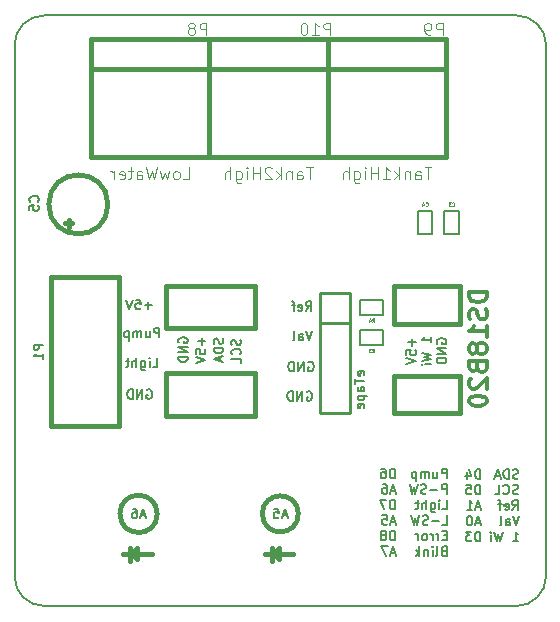
<source format=gbo>
%FSLAX34Y34*%
G04 Gerber Fmt 3.4, Leading zero omitted, Abs format*
G04 (created by PCBNEW (2014-03-19 BZR 4756)-product) date Mon 30 Jun 2014 23:39:13 BST*
%MOIN*%
G01*
G70*
G90*
G04 APERTURE LIST*
%ADD10C,0.005906*%
%ADD11C,0.007900*%
%ADD12C,0.015000*%
%ADD13C,0.007874*%
%ADD14C,0.010000*%
%ADD15C,0.003500*%
%ADD16C,0.003000*%
%ADD17C,0.012000*%
G04 APERTURE END LIST*
G54D10*
G54D11*
X66712Y-41712D02*
G75*
G03X67696Y-42696I984J0D01*
G74*
G01*
X83444Y-42696D02*
G75*
G03X84429Y-41712I0J984D01*
G74*
G01*
X84429Y-23996D02*
G75*
G03X83444Y-23011I-984J0D01*
G74*
G01*
X67696Y-23011D02*
G75*
G03X66712Y-23996I0J-984D01*
G74*
G01*
X66712Y-41712D02*
X66712Y-23996D01*
X83444Y-42696D02*
X67696Y-42696D01*
X83444Y-23011D02*
X67696Y-23011D01*
X84429Y-41712D02*
X84429Y-23996D01*
G54D12*
X70452Y-40964D02*
X71279Y-40964D01*
X70610Y-40964D02*
X70807Y-40767D01*
X70807Y-40767D02*
X70807Y-41122D01*
X70807Y-41122D02*
X70649Y-40964D01*
X70570Y-40767D02*
X70570Y-41200D01*
X70452Y-40964D02*
X70334Y-40964D01*
X75177Y-40964D02*
X75059Y-40964D01*
X75295Y-40767D02*
X75295Y-41200D01*
X75531Y-41122D02*
X75374Y-40964D01*
X75531Y-40767D02*
X75531Y-41122D01*
X75334Y-40964D02*
X75531Y-40767D01*
X75177Y-40964D02*
X76003Y-40964D01*
G54D13*
X81125Y-38429D02*
X81125Y-38114D01*
X81005Y-38114D01*
X80975Y-38129D01*
X80960Y-38144D01*
X80945Y-38174D01*
X80945Y-38219D01*
X80960Y-38249D01*
X80975Y-38264D01*
X81005Y-38279D01*
X81125Y-38279D01*
X80675Y-38219D02*
X80675Y-38429D01*
X80810Y-38219D02*
X80810Y-38384D01*
X80795Y-38414D01*
X80765Y-38429D01*
X80720Y-38429D01*
X80690Y-38414D01*
X80675Y-38399D01*
X80525Y-38429D02*
X80525Y-38219D01*
X80525Y-38249D02*
X80510Y-38234D01*
X80480Y-38219D01*
X80435Y-38219D01*
X80405Y-38234D01*
X80390Y-38264D01*
X80390Y-38429D01*
X80390Y-38264D02*
X80375Y-38234D01*
X80345Y-38219D01*
X80300Y-38219D01*
X80270Y-38234D01*
X80255Y-38264D01*
X80255Y-38429D01*
X80105Y-38219D02*
X80105Y-38534D01*
X80105Y-38234D02*
X80075Y-38219D01*
X80015Y-38219D01*
X79985Y-38234D01*
X79970Y-38249D01*
X79955Y-38279D01*
X79955Y-38369D01*
X79970Y-38399D01*
X79985Y-38414D01*
X80015Y-38429D01*
X80075Y-38429D01*
X80105Y-38414D01*
X81125Y-38949D02*
X81125Y-38634D01*
X81005Y-38634D01*
X80975Y-38649D01*
X80960Y-38664D01*
X80945Y-38694D01*
X80945Y-38739D01*
X80960Y-38769D01*
X80975Y-38784D01*
X81005Y-38799D01*
X81125Y-38799D01*
X80810Y-38829D02*
X80570Y-38829D01*
X80435Y-38934D02*
X80390Y-38949D01*
X80315Y-38949D01*
X80285Y-38934D01*
X80270Y-38919D01*
X80255Y-38889D01*
X80255Y-38859D01*
X80270Y-38829D01*
X80285Y-38814D01*
X80315Y-38799D01*
X80375Y-38784D01*
X80405Y-38769D01*
X80420Y-38754D01*
X80435Y-38724D01*
X80435Y-38694D01*
X80420Y-38664D01*
X80405Y-38649D01*
X80375Y-38634D01*
X80300Y-38634D01*
X80255Y-38649D01*
X80150Y-38634D02*
X80075Y-38949D01*
X80015Y-38724D01*
X79955Y-38949D01*
X79880Y-38634D01*
X80975Y-39469D02*
X81125Y-39469D01*
X81125Y-39154D01*
X80870Y-39469D02*
X80870Y-39259D01*
X80870Y-39154D02*
X80885Y-39169D01*
X80870Y-39184D01*
X80855Y-39169D01*
X80870Y-39154D01*
X80870Y-39184D01*
X80585Y-39259D02*
X80585Y-39514D01*
X80600Y-39544D01*
X80615Y-39559D01*
X80645Y-39574D01*
X80690Y-39574D01*
X80720Y-39559D01*
X80585Y-39454D02*
X80615Y-39469D01*
X80675Y-39469D01*
X80705Y-39454D01*
X80720Y-39439D01*
X80735Y-39409D01*
X80735Y-39319D01*
X80720Y-39289D01*
X80705Y-39274D01*
X80675Y-39259D01*
X80615Y-39259D01*
X80585Y-39274D01*
X80435Y-39469D02*
X80435Y-39154D01*
X80300Y-39469D02*
X80300Y-39304D01*
X80315Y-39274D01*
X80345Y-39259D01*
X80390Y-39259D01*
X80420Y-39274D01*
X80435Y-39289D01*
X80195Y-39259D02*
X80075Y-39259D01*
X80150Y-39154D02*
X80150Y-39424D01*
X80135Y-39454D01*
X80105Y-39469D01*
X80075Y-39469D01*
X80975Y-39988D02*
X81125Y-39988D01*
X81125Y-39673D01*
X80870Y-39868D02*
X80630Y-39868D01*
X80495Y-39973D02*
X80450Y-39988D01*
X80375Y-39988D01*
X80345Y-39973D01*
X80330Y-39958D01*
X80315Y-39928D01*
X80315Y-39898D01*
X80330Y-39868D01*
X80345Y-39853D01*
X80375Y-39838D01*
X80435Y-39823D01*
X80465Y-39808D01*
X80480Y-39793D01*
X80495Y-39763D01*
X80495Y-39733D01*
X80480Y-39703D01*
X80465Y-39688D01*
X80435Y-39673D01*
X80360Y-39673D01*
X80315Y-39688D01*
X80210Y-39673D02*
X80135Y-39988D01*
X80075Y-39763D01*
X80015Y-39988D01*
X79940Y-39673D01*
X81125Y-40343D02*
X81020Y-40343D01*
X80975Y-40508D02*
X81125Y-40508D01*
X81125Y-40193D01*
X80975Y-40193D01*
X80840Y-40508D02*
X80840Y-40298D01*
X80840Y-40358D02*
X80825Y-40328D01*
X80810Y-40313D01*
X80780Y-40298D01*
X80750Y-40298D01*
X80645Y-40508D02*
X80645Y-40298D01*
X80645Y-40358D02*
X80630Y-40328D01*
X80615Y-40313D01*
X80585Y-40298D01*
X80555Y-40298D01*
X80405Y-40508D02*
X80435Y-40493D01*
X80450Y-40478D01*
X80465Y-40448D01*
X80465Y-40358D01*
X80450Y-40328D01*
X80435Y-40313D01*
X80405Y-40298D01*
X80360Y-40298D01*
X80330Y-40313D01*
X80315Y-40328D01*
X80300Y-40358D01*
X80300Y-40448D01*
X80315Y-40478D01*
X80330Y-40493D01*
X80360Y-40508D01*
X80405Y-40508D01*
X80165Y-40508D02*
X80165Y-40298D01*
X80165Y-40358D02*
X80150Y-40328D01*
X80135Y-40313D01*
X80105Y-40298D01*
X80075Y-40298D01*
X81020Y-40863D02*
X80975Y-40878D01*
X80960Y-40893D01*
X80945Y-40923D01*
X80945Y-40968D01*
X80960Y-40998D01*
X80975Y-41013D01*
X81005Y-41028D01*
X81125Y-41028D01*
X81125Y-40713D01*
X81020Y-40713D01*
X80990Y-40728D01*
X80975Y-40743D01*
X80960Y-40773D01*
X80960Y-40803D01*
X80975Y-40833D01*
X80990Y-40848D01*
X81020Y-40863D01*
X81125Y-40863D01*
X80765Y-41028D02*
X80795Y-41013D01*
X80810Y-40983D01*
X80810Y-40713D01*
X80645Y-41028D02*
X80645Y-40818D01*
X80645Y-40713D02*
X80660Y-40728D01*
X80645Y-40743D01*
X80630Y-40728D01*
X80645Y-40713D01*
X80645Y-40743D01*
X80495Y-40818D02*
X80495Y-41028D01*
X80495Y-40848D02*
X80480Y-40833D01*
X80450Y-40818D01*
X80405Y-40818D01*
X80375Y-40833D01*
X80360Y-40863D01*
X80360Y-41028D01*
X80210Y-41028D02*
X80210Y-40713D01*
X80180Y-40908D02*
X80090Y-41028D01*
X80090Y-40818D02*
X80210Y-40938D01*
X79393Y-38429D02*
X79393Y-38114D01*
X79318Y-38114D01*
X79273Y-38129D01*
X79243Y-38159D01*
X79228Y-38189D01*
X79213Y-38249D01*
X79213Y-38294D01*
X79228Y-38354D01*
X79243Y-38384D01*
X79273Y-38414D01*
X79318Y-38429D01*
X79393Y-38429D01*
X78943Y-38114D02*
X79003Y-38114D01*
X79033Y-38129D01*
X79048Y-38144D01*
X79078Y-38189D01*
X79093Y-38249D01*
X79093Y-38369D01*
X79078Y-38399D01*
X79063Y-38414D01*
X79033Y-38429D01*
X78973Y-38429D01*
X78943Y-38414D01*
X78928Y-38399D01*
X78913Y-38369D01*
X78913Y-38294D01*
X78928Y-38264D01*
X78943Y-38249D01*
X78973Y-38234D01*
X79033Y-38234D01*
X79063Y-38249D01*
X79078Y-38264D01*
X79093Y-38294D01*
X79408Y-38859D02*
X79258Y-38859D01*
X79438Y-38949D02*
X79333Y-38634D01*
X79228Y-38949D01*
X78988Y-38634D02*
X79048Y-38634D01*
X79078Y-38649D01*
X79093Y-38664D01*
X79123Y-38709D01*
X79138Y-38769D01*
X79138Y-38889D01*
X79123Y-38919D01*
X79108Y-38934D01*
X79078Y-38949D01*
X79018Y-38949D01*
X78988Y-38934D01*
X78973Y-38919D01*
X78958Y-38889D01*
X78958Y-38814D01*
X78973Y-38784D01*
X78988Y-38769D01*
X79018Y-38754D01*
X79078Y-38754D01*
X79108Y-38769D01*
X79123Y-38784D01*
X79138Y-38814D01*
X79393Y-39469D02*
X79393Y-39154D01*
X79318Y-39154D01*
X79273Y-39169D01*
X79243Y-39199D01*
X79228Y-39229D01*
X79213Y-39289D01*
X79213Y-39334D01*
X79228Y-39394D01*
X79243Y-39424D01*
X79273Y-39454D01*
X79318Y-39469D01*
X79393Y-39469D01*
X79108Y-39154D02*
X78898Y-39154D01*
X79033Y-39469D01*
X79408Y-39898D02*
X79258Y-39898D01*
X79438Y-39988D02*
X79333Y-39673D01*
X79228Y-39988D01*
X78973Y-39673D02*
X79123Y-39673D01*
X79138Y-39823D01*
X79123Y-39808D01*
X79093Y-39793D01*
X79018Y-39793D01*
X78988Y-39808D01*
X78973Y-39823D01*
X78958Y-39853D01*
X78958Y-39928D01*
X78973Y-39958D01*
X78988Y-39973D01*
X79018Y-39988D01*
X79093Y-39988D01*
X79123Y-39973D01*
X79138Y-39958D01*
X79393Y-40508D02*
X79393Y-40193D01*
X79318Y-40193D01*
X79273Y-40208D01*
X79243Y-40238D01*
X79228Y-40268D01*
X79213Y-40328D01*
X79213Y-40373D01*
X79228Y-40433D01*
X79243Y-40463D01*
X79273Y-40493D01*
X79318Y-40508D01*
X79393Y-40508D01*
X79033Y-40328D02*
X79063Y-40313D01*
X79078Y-40298D01*
X79093Y-40268D01*
X79093Y-40253D01*
X79078Y-40223D01*
X79063Y-40208D01*
X79033Y-40193D01*
X78973Y-40193D01*
X78943Y-40208D01*
X78928Y-40223D01*
X78913Y-40253D01*
X78913Y-40268D01*
X78928Y-40298D01*
X78943Y-40313D01*
X78973Y-40328D01*
X79033Y-40328D01*
X79063Y-40343D01*
X79078Y-40358D01*
X79093Y-40388D01*
X79093Y-40448D01*
X79078Y-40478D01*
X79063Y-40493D01*
X79033Y-40508D01*
X78973Y-40508D01*
X78943Y-40493D01*
X78928Y-40478D01*
X78913Y-40448D01*
X78913Y-40388D01*
X78928Y-40358D01*
X78943Y-40343D01*
X78973Y-40328D01*
X79408Y-40938D02*
X79258Y-40938D01*
X79438Y-41028D02*
X79333Y-40713D01*
X79228Y-41028D01*
X79153Y-40713D02*
X78943Y-40713D01*
X79078Y-41028D01*
X82228Y-38453D02*
X82228Y-38138D01*
X82153Y-38138D01*
X82108Y-38153D01*
X82078Y-38183D01*
X82063Y-38213D01*
X82048Y-38273D01*
X82048Y-38318D01*
X82063Y-38378D01*
X82078Y-38408D01*
X82108Y-38438D01*
X82153Y-38453D01*
X82228Y-38453D01*
X81778Y-38243D02*
X81778Y-38453D01*
X81853Y-38123D02*
X81928Y-38348D01*
X81733Y-38348D01*
X82228Y-38973D02*
X82228Y-38658D01*
X82153Y-38658D01*
X82108Y-38673D01*
X82078Y-38703D01*
X82063Y-38733D01*
X82048Y-38793D01*
X82048Y-38838D01*
X82063Y-38898D01*
X82078Y-38928D01*
X82108Y-38958D01*
X82153Y-38973D01*
X82228Y-38973D01*
X81763Y-38658D02*
X81913Y-38658D01*
X81928Y-38808D01*
X81913Y-38793D01*
X81883Y-38778D01*
X81808Y-38778D01*
X81778Y-38793D01*
X81763Y-38808D01*
X81748Y-38838D01*
X81748Y-38913D01*
X81763Y-38943D01*
X81778Y-38958D01*
X81808Y-38973D01*
X81883Y-38973D01*
X81913Y-38958D01*
X81928Y-38943D01*
X82243Y-39402D02*
X82093Y-39402D01*
X82273Y-39492D02*
X82168Y-39177D01*
X82063Y-39492D01*
X81793Y-39492D02*
X81973Y-39492D01*
X81883Y-39492D02*
X81883Y-39177D01*
X81913Y-39222D01*
X81943Y-39252D01*
X81973Y-39267D01*
X82243Y-39922D02*
X82093Y-39922D01*
X82273Y-40012D02*
X82168Y-39697D01*
X82063Y-40012D01*
X81898Y-39697D02*
X81868Y-39697D01*
X81838Y-39712D01*
X81823Y-39727D01*
X81808Y-39757D01*
X81793Y-39817D01*
X81793Y-39892D01*
X81808Y-39952D01*
X81823Y-39982D01*
X81838Y-39997D01*
X81868Y-40012D01*
X81898Y-40012D01*
X81928Y-39997D01*
X81943Y-39982D01*
X81958Y-39952D01*
X81973Y-39892D01*
X81973Y-39817D01*
X81958Y-39757D01*
X81943Y-39727D01*
X81928Y-39712D01*
X81898Y-39697D01*
X82228Y-40532D02*
X82228Y-40217D01*
X82153Y-40217D01*
X82108Y-40232D01*
X82078Y-40262D01*
X82063Y-40292D01*
X82048Y-40352D01*
X82048Y-40397D01*
X82063Y-40457D01*
X82078Y-40487D01*
X82108Y-40517D01*
X82153Y-40532D01*
X82228Y-40532D01*
X81943Y-40217D02*
X81748Y-40217D01*
X81853Y-40337D01*
X81808Y-40337D01*
X81778Y-40352D01*
X81763Y-40367D01*
X81748Y-40397D01*
X81748Y-40472D01*
X81763Y-40502D01*
X81778Y-40517D01*
X81808Y-40532D01*
X81898Y-40532D01*
X81928Y-40517D01*
X81943Y-40502D01*
X83502Y-38438D02*
X83458Y-38453D01*
X83383Y-38453D01*
X83353Y-38438D01*
X83338Y-38423D01*
X83323Y-38393D01*
X83323Y-38363D01*
X83338Y-38333D01*
X83353Y-38318D01*
X83383Y-38303D01*
X83443Y-38288D01*
X83473Y-38273D01*
X83488Y-38258D01*
X83502Y-38228D01*
X83502Y-38198D01*
X83488Y-38168D01*
X83473Y-38153D01*
X83443Y-38138D01*
X83368Y-38138D01*
X83323Y-38153D01*
X83188Y-38453D02*
X83188Y-38138D01*
X83113Y-38138D01*
X83068Y-38153D01*
X83038Y-38183D01*
X83023Y-38213D01*
X83008Y-38273D01*
X83008Y-38318D01*
X83023Y-38378D01*
X83038Y-38408D01*
X83068Y-38438D01*
X83113Y-38453D01*
X83188Y-38453D01*
X82888Y-38363D02*
X82738Y-38363D01*
X82918Y-38453D02*
X82813Y-38138D01*
X82708Y-38453D01*
X83502Y-38958D02*
X83458Y-38973D01*
X83383Y-38973D01*
X83353Y-38958D01*
X83338Y-38943D01*
X83323Y-38913D01*
X83323Y-38883D01*
X83338Y-38853D01*
X83353Y-38838D01*
X83383Y-38823D01*
X83443Y-38808D01*
X83473Y-38793D01*
X83488Y-38778D01*
X83502Y-38748D01*
X83502Y-38718D01*
X83488Y-38688D01*
X83473Y-38673D01*
X83443Y-38658D01*
X83368Y-38658D01*
X83323Y-38673D01*
X83008Y-38943D02*
X83023Y-38958D01*
X83068Y-38973D01*
X83098Y-38973D01*
X83143Y-38958D01*
X83173Y-38928D01*
X83188Y-38898D01*
X83203Y-38838D01*
X83203Y-38793D01*
X83188Y-38733D01*
X83173Y-38703D01*
X83143Y-38673D01*
X83098Y-38658D01*
X83068Y-38658D01*
X83023Y-38673D01*
X83008Y-38688D01*
X82723Y-38973D02*
X82873Y-38973D01*
X82873Y-38658D01*
X83308Y-39492D02*
X83413Y-39342D01*
X83488Y-39492D02*
X83488Y-39177D01*
X83368Y-39177D01*
X83338Y-39192D01*
X83323Y-39207D01*
X83308Y-39237D01*
X83308Y-39282D01*
X83323Y-39312D01*
X83338Y-39327D01*
X83368Y-39342D01*
X83488Y-39342D01*
X83053Y-39477D02*
X83083Y-39492D01*
X83143Y-39492D01*
X83173Y-39477D01*
X83188Y-39447D01*
X83188Y-39327D01*
X83173Y-39297D01*
X83143Y-39282D01*
X83083Y-39282D01*
X83053Y-39297D01*
X83038Y-39327D01*
X83038Y-39357D01*
X83188Y-39387D01*
X82948Y-39282D02*
X82828Y-39282D01*
X82903Y-39492D02*
X82903Y-39222D01*
X82888Y-39192D01*
X82858Y-39177D01*
X82828Y-39177D01*
X83532Y-39697D02*
X83428Y-40012D01*
X83323Y-39697D01*
X83083Y-40012D02*
X83083Y-39847D01*
X83098Y-39817D01*
X83128Y-39802D01*
X83188Y-39802D01*
X83218Y-39817D01*
X83083Y-39997D02*
X83113Y-40012D01*
X83188Y-40012D01*
X83218Y-39997D01*
X83233Y-39967D01*
X83233Y-39937D01*
X83218Y-39907D01*
X83188Y-39892D01*
X83113Y-39892D01*
X83083Y-39877D01*
X82888Y-40012D02*
X82918Y-39997D01*
X82933Y-39967D01*
X82933Y-39697D01*
X83323Y-40532D02*
X83502Y-40532D01*
X83413Y-40532D02*
X83413Y-40217D01*
X83443Y-40262D01*
X83473Y-40292D01*
X83502Y-40307D01*
X82978Y-40217D02*
X82903Y-40532D01*
X82843Y-40307D01*
X82783Y-40532D01*
X82708Y-40217D01*
X82588Y-40532D02*
X82588Y-40322D01*
X82588Y-40217D02*
X82603Y-40232D01*
X82588Y-40247D01*
X82573Y-40232D01*
X82588Y-40217D01*
X82588Y-40247D01*
X75795Y-39678D02*
X75645Y-39678D01*
X75825Y-39768D02*
X75720Y-39453D01*
X75615Y-39768D01*
X75360Y-39453D02*
X75510Y-39453D01*
X75525Y-39603D01*
X75510Y-39588D01*
X75480Y-39573D01*
X75405Y-39573D01*
X75375Y-39588D01*
X75360Y-39603D01*
X75345Y-39633D01*
X75345Y-39708D01*
X75360Y-39738D01*
X75375Y-39753D01*
X75405Y-39768D01*
X75480Y-39768D01*
X75510Y-39753D01*
X75525Y-39738D01*
X71071Y-39678D02*
X70921Y-39678D01*
X71101Y-39768D02*
X70996Y-39453D01*
X70891Y-39768D01*
X70651Y-39453D02*
X70711Y-39453D01*
X70741Y-39468D01*
X70756Y-39483D01*
X70786Y-39528D01*
X70801Y-39588D01*
X70801Y-39708D01*
X70786Y-39738D01*
X70771Y-39753D01*
X70741Y-39768D01*
X70681Y-39768D01*
X70651Y-39753D01*
X70636Y-39738D01*
X70621Y-39708D01*
X70621Y-39633D01*
X70636Y-39603D01*
X70651Y-39588D01*
X70681Y-39573D01*
X70741Y-39573D01*
X70771Y-39588D01*
X70786Y-39603D01*
X70801Y-39633D01*
G54D12*
X76171Y-39625D02*
G75*
G03X76171Y-39625I-600J0D01*
G74*
G01*
X71468Y-39625D02*
G75*
G03X71468Y-39625I-622J0D01*
G74*
G01*
G54D13*
X78355Y-35012D02*
X78370Y-34982D01*
X78370Y-34922D01*
X78355Y-34892D01*
X78325Y-34877D01*
X78205Y-34877D01*
X78175Y-34892D01*
X78160Y-34922D01*
X78160Y-34982D01*
X78175Y-35012D01*
X78205Y-35027D01*
X78235Y-35027D01*
X78265Y-34877D01*
X78055Y-35117D02*
X78055Y-35297D01*
X78370Y-35207D02*
X78055Y-35207D01*
X78370Y-35537D02*
X78205Y-35537D01*
X78175Y-35522D01*
X78160Y-35492D01*
X78160Y-35432D01*
X78175Y-35402D01*
X78355Y-35537D02*
X78370Y-35507D01*
X78370Y-35432D01*
X78355Y-35402D01*
X78325Y-35387D01*
X78295Y-35387D01*
X78265Y-35402D01*
X78250Y-35432D01*
X78250Y-35507D01*
X78235Y-35537D01*
X78160Y-35687D02*
X78475Y-35687D01*
X78175Y-35687D02*
X78160Y-35717D01*
X78160Y-35777D01*
X78175Y-35807D01*
X78190Y-35822D01*
X78220Y-35837D01*
X78310Y-35837D01*
X78340Y-35822D01*
X78355Y-35807D01*
X78370Y-35777D01*
X78370Y-35717D01*
X78355Y-35687D01*
X78355Y-36092D02*
X78370Y-36062D01*
X78370Y-36002D01*
X78355Y-35972D01*
X78325Y-35957D01*
X78205Y-35957D01*
X78175Y-35972D01*
X78160Y-36002D01*
X78160Y-36062D01*
X78175Y-36092D01*
X78205Y-36107D01*
X78235Y-36107D01*
X78265Y-35957D01*
X71290Y-32679D02*
X71050Y-32679D01*
X71170Y-32799D02*
X71170Y-32559D01*
X70750Y-32485D02*
X70900Y-32485D01*
X70915Y-32634D01*
X70900Y-32619D01*
X70870Y-32604D01*
X70795Y-32604D01*
X70765Y-32619D01*
X70750Y-32634D01*
X70735Y-32664D01*
X70735Y-32739D01*
X70750Y-32769D01*
X70765Y-32784D01*
X70795Y-32799D01*
X70870Y-32799D01*
X70900Y-32784D01*
X70915Y-32769D01*
X70645Y-32485D02*
X70540Y-32799D01*
X70435Y-32485D01*
X71125Y-35492D02*
X71155Y-35477D01*
X71200Y-35477D01*
X71245Y-35492D01*
X71275Y-35522D01*
X71290Y-35552D01*
X71305Y-35612D01*
X71305Y-35657D01*
X71290Y-35717D01*
X71275Y-35747D01*
X71245Y-35777D01*
X71200Y-35792D01*
X71170Y-35792D01*
X71125Y-35777D01*
X71110Y-35762D01*
X71110Y-35657D01*
X71170Y-35657D01*
X70975Y-35792D02*
X70975Y-35477D01*
X70795Y-35792D01*
X70795Y-35477D01*
X70645Y-35792D02*
X70645Y-35477D01*
X70570Y-35477D01*
X70525Y-35492D01*
X70495Y-35522D01*
X70480Y-35552D01*
X70465Y-35612D01*
X70465Y-35657D01*
X70480Y-35717D01*
X70495Y-35747D01*
X70525Y-35777D01*
X70570Y-35792D01*
X70645Y-35792D01*
X71317Y-34729D02*
X71467Y-34729D01*
X71467Y-34414D01*
X71212Y-34729D02*
X71212Y-34519D01*
X71212Y-34414D02*
X71227Y-34429D01*
X71212Y-34444D01*
X71197Y-34429D01*
X71212Y-34414D01*
X71212Y-34444D01*
X70927Y-34519D02*
X70927Y-34774D01*
X70942Y-34804D01*
X70957Y-34819D01*
X70987Y-34834D01*
X71032Y-34834D01*
X71062Y-34819D01*
X70927Y-34714D02*
X70957Y-34729D01*
X71017Y-34729D01*
X71047Y-34714D01*
X71062Y-34699D01*
X71077Y-34669D01*
X71077Y-34579D01*
X71062Y-34549D01*
X71047Y-34534D01*
X71017Y-34519D01*
X70957Y-34519D01*
X70927Y-34534D01*
X70777Y-34729D02*
X70777Y-34414D01*
X70642Y-34729D02*
X70642Y-34564D01*
X70657Y-34534D01*
X70687Y-34519D01*
X70732Y-34519D01*
X70762Y-34534D01*
X70777Y-34549D01*
X70537Y-34519D02*
X70417Y-34519D01*
X70492Y-34414D02*
X70492Y-34684D01*
X70477Y-34714D01*
X70447Y-34729D01*
X70417Y-34729D01*
X71541Y-33744D02*
X71541Y-33429D01*
X71422Y-33429D01*
X71392Y-33444D01*
X71377Y-33459D01*
X71362Y-33489D01*
X71362Y-33534D01*
X71377Y-33564D01*
X71392Y-33579D01*
X71422Y-33594D01*
X71541Y-33594D01*
X71092Y-33534D02*
X71092Y-33744D01*
X71227Y-33534D02*
X71227Y-33699D01*
X71212Y-33729D01*
X71182Y-33744D01*
X71137Y-33744D01*
X71107Y-33729D01*
X71092Y-33714D01*
X70942Y-33744D02*
X70942Y-33534D01*
X70942Y-33564D02*
X70927Y-33549D01*
X70897Y-33534D01*
X70852Y-33534D01*
X70822Y-33549D01*
X70807Y-33579D01*
X70807Y-33744D01*
X70807Y-33579D02*
X70792Y-33549D01*
X70762Y-33534D01*
X70717Y-33534D01*
X70687Y-33549D01*
X70672Y-33579D01*
X70672Y-33744D01*
X70522Y-33534D02*
X70522Y-33849D01*
X70522Y-33549D02*
X70492Y-33534D01*
X70432Y-33534D01*
X70402Y-33549D01*
X70387Y-33564D01*
X70372Y-33594D01*
X70372Y-33684D01*
X70387Y-33714D01*
X70402Y-33729D01*
X70432Y-33744D01*
X70492Y-33744D01*
X70522Y-33729D01*
X76460Y-35551D02*
X76490Y-35536D01*
X76535Y-35536D01*
X76580Y-35551D01*
X76610Y-35581D01*
X76625Y-35611D01*
X76640Y-35671D01*
X76640Y-35716D01*
X76625Y-35776D01*
X76610Y-35806D01*
X76580Y-35836D01*
X76535Y-35851D01*
X76505Y-35851D01*
X76460Y-35836D01*
X76445Y-35821D01*
X76445Y-35716D01*
X76505Y-35716D01*
X76310Y-35851D02*
X76310Y-35536D01*
X76130Y-35851D01*
X76130Y-35536D01*
X75980Y-35851D02*
X75980Y-35536D01*
X75905Y-35536D01*
X75860Y-35551D01*
X75830Y-35581D01*
X75815Y-35611D01*
X75800Y-35671D01*
X75800Y-35716D01*
X75815Y-35776D01*
X75830Y-35806D01*
X75860Y-35836D01*
X75905Y-35851D01*
X75980Y-35851D01*
X76499Y-34566D02*
X76529Y-34551D01*
X76574Y-34551D01*
X76619Y-34566D01*
X76649Y-34596D01*
X76664Y-34626D01*
X76679Y-34686D01*
X76679Y-34731D01*
X76664Y-34791D01*
X76649Y-34821D01*
X76619Y-34851D01*
X76574Y-34866D01*
X76544Y-34866D01*
X76499Y-34851D01*
X76484Y-34836D01*
X76484Y-34731D01*
X76544Y-34731D01*
X76349Y-34866D02*
X76349Y-34551D01*
X76169Y-34866D01*
X76169Y-34551D01*
X76019Y-34866D02*
X76019Y-34551D01*
X75944Y-34551D01*
X75899Y-34566D01*
X75869Y-34596D01*
X75854Y-34626D01*
X75839Y-34686D01*
X75839Y-34731D01*
X75854Y-34791D01*
X75869Y-34821D01*
X75899Y-34851D01*
X75944Y-34866D01*
X76019Y-34866D01*
X76629Y-33528D02*
X76524Y-33843D01*
X76419Y-33528D01*
X76179Y-33843D02*
X76179Y-33678D01*
X76194Y-33648D01*
X76224Y-33633D01*
X76284Y-33633D01*
X76314Y-33648D01*
X76179Y-33828D02*
X76209Y-33843D01*
X76284Y-33843D01*
X76314Y-33828D01*
X76329Y-33798D01*
X76329Y-33768D01*
X76314Y-33738D01*
X76284Y-33723D01*
X76209Y-33723D01*
X76179Y-33708D01*
X75984Y-33843D02*
X76014Y-33828D01*
X76029Y-33798D01*
X76029Y-33528D01*
X76426Y-32859D02*
X76531Y-32709D01*
X76606Y-32859D02*
X76606Y-32544D01*
X76486Y-32544D01*
X76456Y-32559D01*
X76441Y-32574D01*
X76426Y-32604D01*
X76426Y-32649D01*
X76441Y-32679D01*
X76456Y-32694D01*
X76486Y-32709D01*
X76606Y-32709D01*
X76171Y-32844D02*
X76201Y-32859D01*
X76261Y-32859D01*
X76291Y-32844D01*
X76306Y-32814D01*
X76306Y-32694D01*
X76291Y-32664D01*
X76261Y-32649D01*
X76201Y-32649D01*
X76171Y-32664D01*
X76156Y-32694D01*
X76156Y-32724D01*
X76306Y-32754D01*
X76066Y-32649D02*
X75946Y-32649D01*
X76021Y-32859D02*
X76021Y-32589D01*
X76006Y-32559D01*
X75976Y-32544D01*
X75946Y-32544D01*
X79963Y-33787D02*
X79963Y-34027D01*
X80083Y-33907D02*
X79843Y-33907D01*
X79768Y-34327D02*
X79768Y-34177D01*
X79918Y-34162D01*
X79903Y-34177D01*
X79888Y-34207D01*
X79888Y-34282D01*
X79903Y-34312D01*
X79918Y-34327D01*
X79948Y-34342D01*
X80023Y-34342D01*
X80053Y-34327D01*
X80068Y-34312D01*
X80083Y-34282D01*
X80083Y-34207D01*
X80068Y-34177D01*
X80053Y-34162D01*
X79768Y-34432D02*
X80083Y-34537D01*
X79768Y-34642D01*
X80595Y-33907D02*
X80595Y-33727D01*
X80595Y-33817D02*
X80280Y-33817D01*
X80325Y-33787D01*
X80355Y-33757D01*
X80370Y-33727D01*
X80280Y-34252D02*
X80595Y-34327D01*
X80370Y-34387D01*
X80595Y-34447D01*
X80280Y-34522D01*
X80595Y-34642D02*
X80385Y-34642D01*
X80280Y-34642D02*
X80295Y-34627D01*
X80310Y-34642D01*
X80295Y-34657D01*
X80280Y-34642D01*
X80310Y-34642D01*
X80807Y-33952D02*
X80792Y-33922D01*
X80792Y-33877D01*
X80807Y-33832D01*
X80837Y-33802D01*
X80867Y-33787D01*
X80927Y-33772D01*
X80972Y-33772D01*
X81032Y-33787D01*
X81062Y-33802D01*
X81092Y-33832D01*
X81107Y-33877D01*
X81107Y-33907D01*
X81092Y-33952D01*
X81077Y-33967D01*
X80972Y-33967D01*
X80972Y-33907D01*
X81107Y-34102D02*
X80792Y-34102D01*
X81107Y-34282D01*
X80792Y-34282D01*
X81107Y-34432D02*
X80792Y-34432D01*
X80792Y-34507D01*
X80807Y-34552D01*
X80837Y-34582D01*
X80867Y-34597D01*
X80927Y-34612D01*
X80972Y-34612D01*
X81032Y-34597D01*
X81062Y-34582D01*
X81092Y-34552D01*
X81107Y-34507D01*
X81107Y-34432D01*
X74241Y-33817D02*
X74256Y-33862D01*
X74256Y-33937D01*
X74241Y-33967D01*
X74226Y-33982D01*
X74196Y-33997D01*
X74166Y-33997D01*
X74136Y-33982D01*
X74121Y-33967D01*
X74106Y-33937D01*
X74091Y-33877D01*
X74076Y-33847D01*
X74061Y-33832D01*
X74031Y-33817D01*
X74001Y-33817D01*
X73971Y-33832D01*
X73956Y-33847D01*
X73941Y-33877D01*
X73941Y-33952D01*
X73956Y-33997D01*
X74226Y-34312D02*
X74241Y-34297D01*
X74256Y-34252D01*
X74256Y-34222D01*
X74241Y-34177D01*
X74211Y-34147D01*
X74181Y-34132D01*
X74121Y-34117D01*
X74076Y-34117D01*
X74016Y-34132D01*
X73986Y-34147D01*
X73956Y-34177D01*
X73941Y-34222D01*
X73941Y-34252D01*
X73956Y-34297D01*
X73971Y-34312D01*
X74256Y-34597D02*
X74256Y-34447D01*
X73941Y-34447D01*
X73651Y-33771D02*
X73666Y-33816D01*
X73666Y-33891D01*
X73651Y-33921D01*
X73636Y-33936D01*
X73606Y-33951D01*
X73576Y-33951D01*
X73546Y-33936D01*
X73531Y-33921D01*
X73516Y-33891D01*
X73501Y-33831D01*
X73486Y-33801D01*
X73471Y-33786D01*
X73441Y-33771D01*
X73411Y-33771D01*
X73381Y-33786D01*
X73366Y-33801D01*
X73351Y-33831D01*
X73351Y-33906D01*
X73366Y-33951D01*
X73666Y-34086D02*
X73351Y-34086D01*
X73351Y-34161D01*
X73366Y-34206D01*
X73396Y-34236D01*
X73426Y-34251D01*
X73486Y-34266D01*
X73531Y-34266D01*
X73591Y-34251D01*
X73621Y-34236D01*
X73651Y-34206D01*
X73666Y-34161D01*
X73666Y-34086D01*
X73576Y-34386D02*
X73576Y-34535D01*
X73666Y-34356D02*
X73351Y-34461D01*
X73666Y-34565D01*
X72955Y-33748D02*
X72955Y-33988D01*
X73075Y-33868D02*
X72835Y-33868D01*
X72760Y-34288D02*
X72760Y-34138D01*
X72910Y-34123D01*
X72895Y-34138D01*
X72880Y-34168D01*
X72880Y-34243D01*
X72895Y-34273D01*
X72910Y-34288D01*
X72940Y-34303D01*
X73015Y-34303D01*
X73045Y-34288D01*
X73060Y-34273D01*
X73075Y-34243D01*
X73075Y-34168D01*
X73060Y-34138D01*
X73045Y-34123D01*
X72760Y-34393D02*
X73075Y-34498D01*
X72760Y-34603D01*
X72185Y-33913D02*
X72170Y-33883D01*
X72170Y-33838D01*
X72185Y-33793D01*
X72215Y-33763D01*
X72245Y-33748D01*
X72305Y-33733D01*
X72350Y-33733D01*
X72410Y-33748D01*
X72440Y-33763D01*
X72470Y-33793D01*
X72485Y-33838D01*
X72485Y-33868D01*
X72470Y-33913D01*
X72455Y-33928D01*
X72350Y-33928D01*
X72350Y-33868D01*
X72485Y-34063D02*
X72170Y-34063D01*
X72485Y-34243D01*
X72170Y-34243D01*
X72485Y-34393D02*
X72170Y-34393D01*
X72170Y-34468D01*
X72185Y-34513D01*
X72215Y-34543D01*
X72245Y-34558D01*
X72305Y-34573D01*
X72350Y-34573D01*
X72410Y-34558D01*
X72440Y-34543D01*
X72470Y-34513D01*
X72485Y-34468D01*
X72485Y-34393D01*
G54D14*
X77881Y-33251D02*
X77881Y-36251D01*
X76881Y-33251D02*
X76881Y-36251D01*
X76881Y-32251D02*
X76881Y-33251D01*
X77881Y-36251D02*
X76881Y-36251D01*
X76881Y-33251D02*
X77881Y-33251D01*
X76881Y-32251D02*
X77881Y-32251D01*
X77881Y-32251D02*
X77881Y-33251D01*
G54D12*
X73209Y-24783D02*
X69271Y-24783D01*
X73209Y-23798D02*
X73209Y-27736D01*
X73209Y-27736D02*
X69271Y-27736D01*
X69271Y-27736D02*
X69271Y-23798D01*
X69271Y-23798D02*
X73209Y-23798D01*
X81083Y-24783D02*
X77145Y-24783D01*
X81083Y-23798D02*
X81083Y-27736D01*
X81083Y-27736D02*
X77145Y-27736D01*
X77145Y-27736D02*
X77145Y-23798D01*
X77145Y-23798D02*
X81083Y-23798D01*
X77146Y-24783D02*
X73208Y-24783D01*
X77146Y-23798D02*
X77146Y-27736D01*
X77146Y-27736D02*
X73208Y-27736D01*
X73208Y-27736D02*
X73208Y-23798D01*
X73208Y-23798D02*
X77146Y-23798D01*
G54D10*
X79005Y-34005D02*
X78238Y-34005D01*
X78238Y-34005D02*
X78238Y-33513D01*
X78238Y-33513D02*
X79005Y-33513D01*
X79005Y-33513D02*
X79005Y-34005D01*
X79005Y-33001D02*
X78238Y-33001D01*
X78238Y-33001D02*
X78238Y-32509D01*
X78238Y-32509D02*
X79005Y-32509D01*
X79005Y-32509D02*
X79005Y-33001D01*
G54D12*
X68523Y-30059D02*
X68523Y-29823D01*
X68405Y-29941D02*
X68641Y-29941D01*
X69822Y-29311D02*
G75*
G03X69822Y-29311I-984J0D01*
G74*
G01*
X69065Y-31732D02*
X67923Y-31732D01*
X67923Y-31732D02*
X67923Y-36692D01*
X67923Y-36692D02*
X70207Y-36692D01*
X70207Y-36692D02*
X70207Y-31732D01*
X70207Y-31732D02*
X69065Y-31732D01*
X81554Y-35649D02*
X81554Y-36279D01*
X81554Y-36279D02*
X79350Y-36279D01*
X79350Y-36279D02*
X79350Y-35019D01*
X79350Y-35019D02*
X81554Y-35019D01*
X81554Y-35019D02*
X81554Y-35649D01*
X81554Y-32657D02*
X81554Y-33287D01*
X81554Y-33287D02*
X79350Y-33287D01*
X79350Y-33287D02*
X79350Y-32027D01*
X79350Y-32027D02*
X81554Y-32027D01*
X81554Y-32027D02*
X81554Y-32657D01*
X74724Y-36358D02*
X74724Y-35649D01*
X71772Y-36358D02*
X74724Y-36358D01*
X71772Y-34940D02*
X71772Y-36358D01*
X74724Y-34940D02*
X71772Y-34940D01*
X74724Y-35649D02*
X74724Y-34940D01*
X74724Y-35649D02*
X74724Y-34940D01*
X74724Y-34940D02*
X71772Y-34940D01*
X71772Y-34940D02*
X71772Y-36358D01*
X71772Y-36358D02*
X74724Y-36358D01*
X74724Y-36358D02*
X74724Y-35649D01*
X74724Y-33445D02*
X74724Y-32736D01*
X71772Y-33445D02*
X74724Y-33445D01*
X71772Y-32027D02*
X71772Y-33445D01*
X74724Y-32027D02*
X71772Y-32027D01*
X74724Y-32736D02*
X74724Y-32027D01*
X74724Y-32736D02*
X74724Y-32027D01*
X74724Y-32027D02*
X71772Y-32027D01*
X71772Y-32027D02*
X71772Y-33445D01*
X71772Y-33445D02*
X74724Y-33445D01*
X74724Y-33445D02*
X74724Y-32736D01*
G54D10*
X80147Y-30285D02*
X80147Y-29517D01*
X80147Y-29517D02*
X80639Y-29517D01*
X80639Y-29517D02*
X80639Y-30285D01*
X80639Y-30285D02*
X80147Y-30285D01*
X81033Y-30285D02*
X81033Y-29517D01*
X81033Y-29517D02*
X81525Y-29517D01*
X81525Y-29517D02*
X81525Y-30285D01*
X81525Y-30285D02*
X81033Y-30285D01*
G54D15*
X73110Y-23665D02*
X73110Y-23265D01*
X72958Y-23265D01*
X72919Y-23284D01*
X72900Y-23303D01*
X72881Y-23341D01*
X72881Y-23399D01*
X72900Y-23437D01*
X72919Y-23456D01*
X72958Y-23475D01*
X73110Y-23475D01*
X72653Y-23437D02*
X72691Y-23418D01*
X72710Y-23399D01*
X72729Y-23360D01*
X72729Y-23341D01*
X72710Y-23303D01*
X72691Y-23284D01*
X72653Y-23265D01*
X72577Y-23265D01*
X72538Y-23284D01*
X72519Y-23303D01*
X72500Y-23341D01*
X72500Y-23360D01*
X72519Y-23399D01*
X72538Y-23418D01*
X72577Y-23437D01*
X72653Y-23437D01*
X72691Y-23456D01*
X72710Y-23475D01*
X72729Y-23513D01*
X72729Y-23589D01*
X72710Y-23627D01*
X72691Y-23646D01*
X72653Y-23665D01*
X72577Y-23665D01*
X72538Y-23646D01*
X72519Y-23627D01*
X72500Y-23589D01*
X72500Y-23513D01*
X72519Y-23475D01*
X72538Y-23456D01*
X72577Y-23437D01*
X72325Y-28468D02*
X72516Y-28468D01*
X72516Y-28068D01*
X72135Y-28468D02*
X72173Y-28449D01*
X72192Y-28430D01*
X72211Y-28392D01*
X72211Y-28278D01*
X72192Y-28240D01*
X72173Y-28221D01*
X72135Y-28202D01*
X72078Y-28202D01*
X72040Y-28221D01*
X72021Y-28240D01*
X72002Y-28278D01*
X72002Y-28392D01*
X72021Y-28430D01*
X72040Y-28449D01*
X72078Y-28468D01*
X72135Y-28468D01*
X71868Y-28202D02*
X71792Y-28468D01*
X71716Y-28278D01*
X71640Y-28468D01*
X71563Y-28202D01*
X71449Y-28068D02*
X71354Y-28468D01*
X71278Y-28182D01*
X71202Y-28468D01*
X71106Y-28068D01*
X70783Y-28468D02*
X70783Y-28259D01*
X70802Y-28221D01*
X70840Y-28202D01*
X70916Y-28202D01*
X70954Y-28221D01*
X70783Y-28449D02*
X70821Y-28468D01*
X70916Y-28468D01*
X70954Y-28449D01*
X70973Y-28411D01*
X70973Y-28373D01*
X70954Y-28335D01*
X70916Y-28316D01*
X70821Y-28316D01*
X70783Y-28297D01*
X70649Y-28202D02*
X70497Y-28202D01*
X70592Y-28068D02*
X70592Y-28411D01*
X70573Y-28449D01*
X70535Y-28468D01*
X70497Y-28468D01*
X70211Y-28449D02*
X70249Y-28468D01*
X70325Y-28468D01*
X70363Y-28449D01*
X70383Y-28411D01*
X70383Y-28259D01*
X70363Y-28221D01*
X70325Y-28202D01*
X70249Y-28202D01*
X70211Y-28221D01*
X70192Y-28259D01*
X70192Y-28297D01*
X70383Y-28335D01*
X70021Y-28468D02*
X70021Y-28202D01*
X70021Y-28278D02*
X70002Y-28240D01*
X69983Y-28221D01*
X69944Y-28202D01*
X69906Y-28202D01*
X80984Y-23665D02*
X80984Y-23265D01*
X80832Y-23265D01*
X80793Y-23284D01*
X80774Y-23303D01*
X80755Y-23341D01*
X80755Y-23399D01*
X80774Y-23437D01*
X80793Y-23456D01*
X80832Y-23475D01*
X80984Y-23475D01*
X80565Y-23665D02*
X80489Y-23665D01*
X80451Y-23646D01*
X80432Y-23627D01*
X80393Y-23570D01*
X80374Y-23494D01*
X80374Y-23341D01*
X80393Y-23303D01*
X80412Y-23284D01*
X80451Y-23265D01*
X80527Y-23265D01*
X80565Y-23284D01*
X80584Y-23303D01*
X80603Y-23341D01*
X80603Y-23437D01*
X80584Y-23475D01*
X80565Y-23494D01*
X80527Y-23513D01*
X80451Y-23513D01*
X80412Y-23494D01*
X80393Y-23475D01*
X80374Y-23437D01*
X80609Y-28068D02*
X80380Y-28068D01*
X80495Y-28468D02*
X80495Y-28068D01*
X80076Y-28468D02*
X80076Y-28259D01*
X80095Y-28221D01*
X80133Y-28202D01*
X80209Y-28202D01*
X80247Y-28221D01*
X80076Y-28449D02*
X80114Y-28468D01*
X80209Y-28468D01*
X80247Y-28449D01*
X80266Y-28411D01*
X80266Y-28373D01*
X80247Y-28335D01*
X80209Y-28316D01*
X80114Y-28316D01*
X80076Y-28297D01*
X79885Y-28202D02*
X79885Y-28468D01*
X79885Y-28240D02*
X79866Y-28221D01*
X79828Y-28202D01*
X79771Y-28202D01*
X79733Y-28221D01*
X79714Y-28259D01*
X79714Y-28468D01*
X79523Y-28468D02*
X79523Y-28068D01*
X79485Y-28316D02*
X79371Y-28468D01*
X79371Y-28202D02*
X79523Y-28354D01*
X78990Y-28468D02*
X79218Y-28468D01*
X79104Y-28468D02*
X79104Y-28068D01*
X79142Y-28125D01*
X79180Y-28163D01*
X79218Y-28182D01*
X78818Y-28468D02*
X78818Y-28068D01*
X78818Y-28259D02*
X78590Y-28259D01*
X78590Y-28468D02*
X78590Y-28068D01*
X78399Y-28468D02*
X78399Y-28202D01*
X78399Y-28068D02*
X78418Y-28087D01*
X78399Y-28106D01*
X78380Y-28087D01*
X78399Y-28068D01*
X78399Y-28106D01*
X78037Y-28202D02*
X78037Y-28525D01*
X78057Y-28563D01*
X78076Y-28582D01*
X78114Y-28602D01*
X78171Y-28602D01*
X78209Y-28582D01*
X78037Y-28449D02*
X78076Y-28468D01*
X78152Y-28468D01*
X78190Y-28449D01*
X78209Y-28430D01*
X78228Y-28392D01*
X78228Y-28278D01*
X78209Y-28240D01*
X78190Y-28221D01*
X78152Y-28202D01*
X78076Y-28202D01*
X78037Y-28221D01*
X77847Y-28468D02*
X77847Y-28068D01*
X77676Y-28468D02*
X77676Y-28259D01*
X77695Y-28221D01*
X77733Y-28202D01*
X77790Y-28202D01*
X77828Y-28221D01*
X77847Y-28240D01*
X77237Y-23665D02*
X77237Y-23265D01*
X77085Y-23265D01*
X77047Y-23284D01*
X77028Y-23303D01*
X77009Y-23341D01*
X77009Y-23399D01*
X77028Y-23437D01*
X77047Y-23456D01*
X77085Y-23475D01*
X77237Y-23475D01*
X76628Y-23665D02*
X76856Y-23665D01*
X76742Y-23665D02*
X76742Y-23265D01*
X76780Y-23322D01*
X76818Y-23360D01*
X76856Y-23379D01*
X76380Y-23265D02*
X76342Y-23265D01*
X76304Y-23284D01*
X76285Y-23303D01*
X76266Y-23341D01*
X76247Y-23418D01*
X76247Y-23513D01*
X76266Y-23589D01*
X76285Y-23627D01*
X76304Y-23646D01*
X76342Y-23665D01*
X76380Y-23665D01*
X76418Y-23646D01*
X76437Y-23627D01*
X76456Y-23589D01*
X76475Y-23513D01*
X76475Y-23418D01*
X76456Y-23341D01*
X76437Y-23303D01*
X76418Y-23284D01*
X76380Y-23265D01*
X76672Y-28068D02*
X76443Y-28068D01*
X76558Y-28468D02*
X76558Y-28068D01*
X76139Y-28468D02*
X76139Y-28259D01*
X76158Y-28221D01*
X76196Y-28202D01*
X76272Y-28202D01*
X76310Y-28221D01*
X76139Y-28449D02*
X76177Y-28468D01*
X76272Y-28468D01*
X76310Y-28449D01*
X76329Y-28411D01*
X76329Y-28373D01*
X76310Y-28335D01*
X76272Y-28316D01*
X76177Y-28316D01*
X76139Y-28297D01*
X75948Y-28202D02*
X75948Y-28468D01*
X75948Y-28240D02*
X75929Y-28221D01*
X75891Y-28202D01*
X75834Y-28202D01*
X75796Y-28221D01*
X75777Y-28259D01*
X75777Y-28468D01*
X75586Y-28468D02*
X75586Y-28068D01*
X75548Y-28316D02*
X75434Y-28468D01*
X75434Y-28202D02*
X75586Y-28354D01*
X75281Y-28106D02*
X75262Y-28087D01*
X75224Y-28068D01*
X75129Y-28068D01*
X75091Y-28087D01*
X75072Y-28106D01*
X75053Y-28144D01*
X75053Y-28182D01*
X75072Y-28240D01*
X75300Y-28468D01*
X75053Y-28468D01*
X74881Y-28468D02*
X74881Y-28068D01*
X74881Y-28259D02*
X74653Y-28259D01*
X74653Y-28468D02*
X74653Y-28068D01*
X74462Y-28468D02*
X74462Y-28202D01*
X74462Y-28068D02*
X74481Y-28087D01*
X74462Y-28106D01*
X74443Y-28087D01*
X74462Y-28068D01*
X74462Y-28106D01*
X74100Y-28202D02*
X74100Y-28525D01*
X74120Y-28563D01*
X74139Y-28582D01*
X74177Y-28602D01*
X74234Y-28602D01*
X74272Y-28582D01*
X74100Y-28449D02*
X74139Y-28468D01*
X74215Y-28468D01*
X74253Y-28449D01*
X74272Y-28430D01*
X74291Y-28392D01*
X74291Y-28278D01*
X74272Y-28240D01*
X74253Y-28221D01*
X74215Y-28202D01*
X74139Y-28202D01*
X74100Y-28221D01*
X73910Y-28468D02*
X73910Y-28068D01*
X73739Y-28468D02*
X73739Y-28259D01*
X73758Y-28221D01*
X73796Y-28202D01*
X73853Y-28202D01*
X73891Y-28221D01*
X73910Y-28240D01*
G54D16*
X78642Y-34237D02*
X78682Y-34180D01*
X78710Y-34237D02*
X78710Y-34117D01*
X78664Y-34117D01*
X78653Y-34123D01*
X78647Y-34128D01*
X78642Y-34140D01*
X78642Y-34157D01*
X78647Y-34168D01*
X78653Y-34174D01*
X78664Y-34180D01*
X78710Y-34180D01*
X78602Y-34117D02*
X78527Y-34117D01*
X78567Y-34163D01*
X78550Y-34163D01*
X78539Y-34168D01*
X78533Y-34174D01*
X78527Y-34185D01*
X78527Y-34214D01*
X78533Y-34225D01*
X78539Y-34231D01*
X78550Y-34237D01*
X78584Y-34237D01*
X78596Y-34231D01*
X78602Y-34225D01*
X78642Y-33233D02*
X78682Y-33176D01*
X78710Y-33233D02*
X78710Y-33113D01*
X78664Y-33113D01*
X78653Y-33119D01*
X78647Y-33124D01*
X78642Y-33136D01*
X78642Y-33153D01*
X78647Y-33164D01*
X78653Y-33170D01*
X78664Y-33176D01*
X78710Y-33176D01*
X78539Y-33153D02*
X78539Y-33233D01*
X78567Y-33107D02*
X78596Y-33193D01*
X78522Y-33193D01*
G54D13*
X67494Y-29219D02*
X67509Y-29204D01*
X67524Y-29159D01*
X67524Y-29129D01*
X67509Y-29084D01*
X67479Y-29054D01*
X67449Y-29039D01*
X67389Y-29024D01*
X67344Y-29024D01*
X67284Y-29039D01*
X67254Y-29054D01*
X67224Y-29084D01*
X67209Y-29129D01*
X67209Y-29159D01*
X67224Y-29204D01*
X67239Y-29219D01*
X67209Y-29504D02*
X67209Y-29354D01*
X67359Y-29339D01*
X67344Y-29354D01*
X67329Y-29384D01*
X67329Y-29459D01*
X67344Y-29489D01*
X67359Y-29504D01*
X67389Y-29519D01*
X67464Y-29519D01*
X67494Y-29504D01*
X67509Y-29489D01*
X67524Y-29459D01*
X67524Y-29384D01*
X67509Y-29354D01*
X67494Y-29339D01*
X67662Y-33980D02*
X67347Y-33980D01*
X67347Y-34100D01*
X67362Y-34130D01*
X67377Y-34145D01*
X67407Y-34160D01*
X67452Y-34160D01*
X67482Y-34145D01*
X67497Y-34130D01*
X67512Y-34100D01*
X67512Y-33980D01*
X67662Y-34460D02*
X67662Y-34280D01*
X67662Y-34370D02*
X67347Y-34370D01*
X67392Y-34340D01*
X67422Y-34310D01*
X67437Y-34280D01*
G54D17*
X82456Y-32228D02*
X81856Y-32228D01*
X81856Y-32371D01*
X81885Y-32457D01*
X81942Y-32514D01*
X81999Y-32542D01*
X82113Y-32571D01*
X82199Y-32571D01*
X82313Y-32542D01*
X82370Y-32514D01*
X82427Y-32457D01*
X82456Y-32371D01*
X82456Y-32228D01*
X82427Y-32799D02*
X82456Y-32885D01*
X82456Y-33028D01*
X82427Y-33085D01*
X82399Y-33114D01*
X82342Y-33142D01*
X82285Y-33142D01*
X82227Y-33114D01*
X82199Y-33085D01*
X82170Y-33028D01*
X82142Y-32914D01*
X82113Y-32857D01*
X82085Y-32828D01*
X82027Y-32799D01*
X81970Y-32799D01*
X81913Y-32828D01*
X81885Y-32857D01*
X81856Y-32914D01*
X81856Y-33057D01*
X81885Y-33142D01*
X82456Y-33714D02*
X82456Y-33371D01*
X82456Y-33542D02*
X81856Y-33542D01*
X81942Y-33485D01*
X81999Y-33428D01*
X82027Y-33371D01*
X82113Y-34057D02*
X82085Y-33999D01*
X82056Y-33971D01*
X81999Y-33942D01*
X81970Y-33942D01*
X81913Y-33971D01*
X81885Y-33999D01*
X81856Y-34057D01*
X81856Y-34171D01*
X81885Y-34228D01*
X81913Y-34257D01*
X81970Y-34285D01*
X81999Y-34285D01*
X82056Y-34257D01*
X82085Y-34228D01*
X82113Y-34171D01*
X82113Y-34057D01*
X82142Y-33999D01*
X82170Y-33971D01*
X82227Y-33942D01*
X82342Y-33942D01*
X82399Y-33971D01*
X82427Y-33999D01*
X82456Y-34057D01*
X82456Y-34171D01*
X82427Y-34228D01*
X82399Y-34257D01*
X82342Y-34285D01*
X82227Y-34285D01*
X82170Y-34257D01*
X82142Y-34228D01*
X82113Y-34171D01*
X82142Y-34742D02*
X82170Y-34828D01*
X82199Y-34857D01*
X82256Y-34885D01*
X82342Y-34885D01*
X82399Y-34857D01*
X82427Y-34828D01*
X82456Y-34771D01*
X82456Y-34542D01*
X81856Y-34542D01*
X81856Y-34742D01*
X81885Y-34799D01*
X81913Y-34828D01*
X81970Y-34857D01*
X82027Y-34857D01*
X82085Y-34828D01*
X82113Y-34799D01*
X82142Y-34742D01*
X82142Y-34542D01*
X81913Y-35114D02*
X81885Y-35142D01*
X81856Y-35199D01*
X81856Y-35342D01*
X81885Y-35399D01*
X81913Y-35428D01*
X81970Y-35457D01*
X82027Y-35457D01*
X82113Y-35428D01*
X82456Y-35085D01*
X82456Y-35457D01*
X81856Y-35828D02*
X81856Y-35885D01*
X81885Y-35942D01*
X81913Y-35971D01*
X81970Y-35999D01*
X82085Y-36028D01*
X82227Y-36028D01*
X82342Y-35999D01*
X82399Y-35971D01*
X82427Y-35942D01*
X82456Y-35885D01*
X82456Y-35828D01*
X82427Y-35771D01*
X82399Y-35742D01*
X82342Y-35714D01*
X82227Y-35685D01*
X82085Y-35685D01*
X81970Y-35714D01*
X81913Y-35742D01*
X81885Y-35771D01*
X81856Y-35828D01*
G54D16*
X80413Y-29353D02*
X80419Y-29359D01*
X80436Y-29365D01*
X80447Y-29365D01*
X80465Y-29359D01*
X80476Y-29348D01*
X80482Y-29336D01*
X80487Y-29313D01*
X80487Y-29296D01*
X80482Y-29273D01*
X80476Y-29262D01*
X80465Y-29251D01*
X80447Y-29245D01*
X80436Y-29245D01*
X80419Y-29251D01*
X80413Y-29256D01*
X80310Y-29285D02*
X80310Y-29365D01*
X80339Y-29239D02*
X80367Y-29325D01*
X80293Y-29325D01*
X81299Y-29353D02*
X81305Y-29359D01*
X81322Y-29365D01*
X81333Y-29365D01*
X81350Y-29359D01*
X81362Y-29348D01*
X81368Y-29336D01*
X81373Y-29313D01*
X81373Y-29296D01*
X81368Y-29273D01*
X81362Y-29262D01*
X81350Y-29251D01*
X81333Y-29245D01*
X81322Y-29245D01*
X81305Y-29251D01*
X81299Y-29256D01*
X81259Y-29245D02*
X81185Y-29245D01*
X81225Y-29291D01*
X81208Y-29291D01*
X81196Y-29296D01*
X81190Y-29302D01*
X81185Y-29313D01*
X81185Y-29342D01*
X81190Y-29353D01*
X81196Y-29359D01*
X81208Y-29365D01*
X81242Y-29365D01*
X81253Y-29359D01*
X81259Y-29353D01*
M02*

</source>
